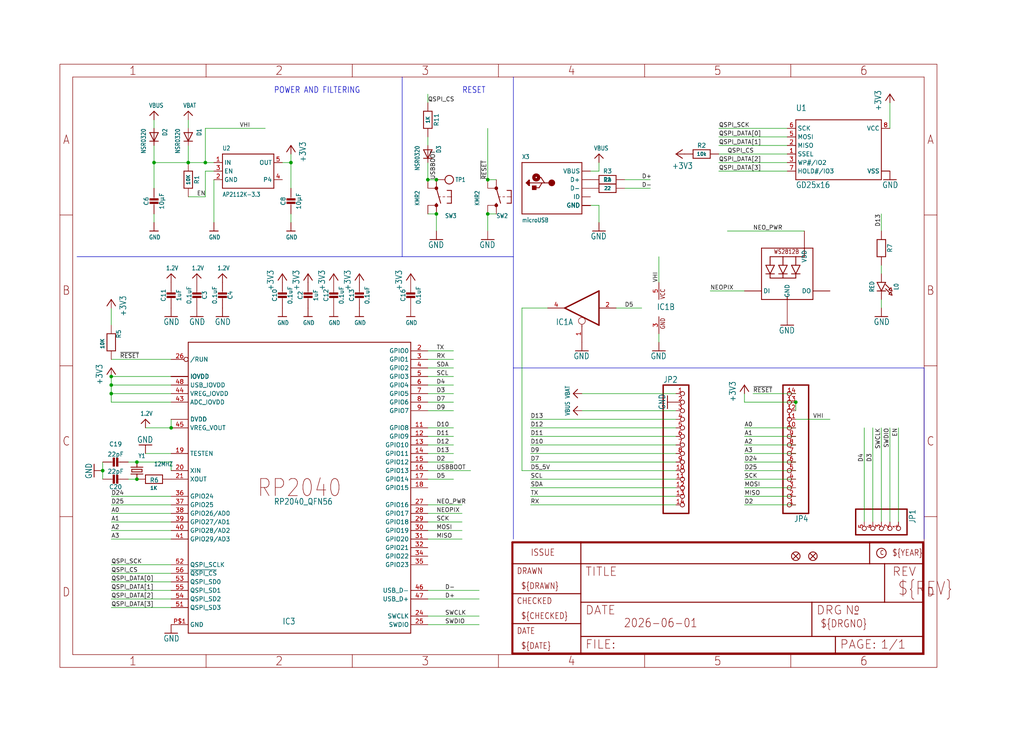
<source format=kicad_sch>
(kicad_sch (version 20230121) (generator eeschema)
  (paper "User" 303.962 217.322)
  (junction (at 33.02 116.84))
  (junction (at 144.78 53.34))
  (junction (at 129.54 63.5))
  (junction (at 40.64 142.24))
  (junction (at 33.02 111.76))
  (junction (at 33.02 114.3))
  (junction (at 30.48 139.7))
  (junction (at 144.78 63.5))
  (junction (at 60.96 48.26))
  (junction (at 45.72 48.26))
  (junction (at 236.22 119.38))
  (junction (at 127 53.34))
  (junction (at 55.88 48.26))
  (junction (at 129.54 53.34))
  (junction (at 86.36 48.26))
  (junction (at 50.8 127))
  (junction (at 40.64 137.16))
  (wire (pts (xy 233.68 48.26) (xy 213.36 48.26)) (stroke (width 0.1524)))
  (wire (pts (xy 127 137.16) (xy 134.62 137.16)) (stroke (width 0.1524)))
  (wire (pts (xy 213.36 40.64) (xy 233.68 40.64)) (stroke (width 0.1524)))
  (wire (pts (xy 33.02 175.26) (xy 50.8 175.26)) (stroke (width 0.1524)))
  (wire (pts (xy 195.58 99.06) (xy 195.58 101.6)) (stroke (width 0.1524)))
  (wire (pts (xy 236.22 144.78) (xy 220.98 144.78)) (stroke (width 0.1524)))
  (wire (pts (xy 127 109.22) (xy 134.62 109.22)) (stroke (width 0.1524)))
  (polyline (pts (xy 152.4 76.2) (xy 119.38 76.2)) (stroke (width 0.1524) (type solid)))
  (wire (pts (xy 127 116.84) (xy 134.62 116.84)) (stroke (width 0.1524)))
  (wire (pts (xy 200.66 139.7) (xy 154.94 139.7)) (stroke (width 0.1524)))
  (wire (pts (xy 200.66 134.62) (xy 157.48 134.62)) (stroke (width 0.1524)))
  (wire (pts (xy 236.22 116.84) (xy 223.52 116.84)) (stroke (width 0.1524)))
  (wire (pts (xy 157.48 127) (xy 200.66 127)) (stroke (width 0.1524)))
  (wire (pts (xy 236.22 149.86) (xy 220.98 149.86)) (stroke (width 0.1524)))
  (polyline (pts (xy 152.4 160.02) (xy 152.4 109.22)) (stroke (width 0.1524) (type solid)))
  (wire (pts (xy 177.8 60.96) (xy 177.8 66.04)) (stroke (width 0.1524)))
  (wire (pts (xy 45.72 48.26) (xy 45.72 55.88)) (stroke (width 0.1524)))
  (wire (pts (xy 175.26 60.96) (xy 177.8 60.96)) (stroke (width 0.1524)))
  (wire (pts (xy 220.98 147.32) (xy 236.22 147.32)) (stroke (width 0.1524)))
  (wire (pts (xy 55.88 48.26) (xy 45.72 48.26)) (stroke (width 0.1524)))
  (wire (pts (xy 213.36 50.8) (xy 233.68 50.8)) (stroke (width 0.1524)))
  (wire (pts (xy 127 119.38) (xy 134.62 119.38)) (stroke (width 0.1524)))
  (wire (pts (xy 127 129.54) (xy 134.62 129.54)) (stroke (width 0.1524)))
  (polyline (pts (xy 119.38 76.2) (xy 119.38 22.86)) (stroke (width 0.1524) (type solid)))
  (wire (pts (xy 127 132.08) (xy 134.62 132.08)) (stroke (width 0.1524)))
  (wire (pts (xy 63.5 53.34) (xy 63.5 66.04)) (stroke (width 0.1524)))
  (wire (pts (xy 127 111.76) (xy 134.62 111.76)) (stroke (width 0.1524)))
  (wire (pts (xy 154.94 91.44) (xy 162.56 91.44)) (stroke (width 0.1524)))
  (wire (pts (xy 50.8 106.68) (xy 33.02 106.68)) (stroke (width 0.1524)))
  (wire (pts (xy 127 127) (xy 134.62 127)) (stroke (width 0.1524)))
  (wire (pts (xy 45.72 63.5) (xy 45.72 66.04)) (stroke (width 0.1524)))
  (wire (pts (xy 33.02 119.38) (xy 33.02 116.84)) (stroke (width 0.1524)))
  (polyline (pts (xy 152.4 76.2) (xy 152.4 22.86)) (stroke (width 0.1524) (type solid)))
  (wire (pts (xy 261.62 78.74) (xy 261.62 81.28)) (stroke (width 0.1524)))
  (wire (pts (xy 127 134.62) (xy 134.62 134.62)) (stroke (width 0.1524)))
  (wire (pts (xy 50.8 116.84) (xy 33.02 116.84)) (stroke (width 0.1524)))
  (wire (pts (xy 261.62 88.9) (xy 261.62 91.44)) (stroke (width 0.1524)))
  (polyline (pts (xy 274.32 109.22) (xy 152.4 109.22)) (stroke (width 0.1524) (type solid)))
  (wire (pts (xy 266.7 154.94) (xy 266.7 127)) (stroke (width 0.1524)))
  (wire (pts (xy 236.22 121.92) (xy 236.22 119.38)) (stroke (width 0.1524)))
  (wire (pts (xy 127 53.34) (xy 127 48.26)) (stroke (width 0.1524)))
  (wire (pts (xy 86.36 48.26) (xy 86.36 45.72)) (stroke (width 0.1524)))
  (wire (pts (xy 33.02 114.3) (xy 33.02 111.76)) (stroke (width 0.1524)))
  (wire (pts (xy 33.02 147.32) (xy 50.8 147.32)) (stroke (width 0.1524)))
  (wire (pts (xy 63.5 48.26) (xy 60.96 48.26)) (stroke (width 0.1524)))
  (wire (pts (xy 127 142.24) (xy 134.62 142.24)) (stroke (width 0.1524)))
  (wire (pts (xy 220.98 134.62) (xy 236.22 134.62)) (stroke (width 0.1524)))
  (wire (pts (xy 236.22 142.24) (xy 220.98 142.24)) (stroke (width 0.1524)))
  (wire (pts (xy 147.32 63.5) (xy 144.78 63.5)) (stroke (width 0.1524)))
  (wire (pts (xy 50.8 170.18) (xy 33.02 170.18)) (stroke (width 0.1524)))
  (wire (pts (xy 40.64 137.16) (xy 38.1 137.16)) (stroke (width 0.1524)))
  (wire (pts (xy 33.02 91.44) (xy 33.02 96.52)) (stroke (width 0.1524)))
  (wire (pts (xy 236.22 124.46) (xy 246.38 124.46)) (stroke (width 0.1524)))
  (wire (pts (xy 127 30.48) (xy 127 27.94)) (stroke (width 0.1524)))
  (wire (pts (xy 127 185.42) (xy 142.24 185.42)) (stroke (width 0.1524)))
  (wire (pts (xy 30.48 139.7) (xy 30.48 137.16)) (stroke (width 0.1524)))
  (wire (pts (xy 200.66 124.46) (xy 157.48 124.46)) (stroke (width 0.1524)))
  (wire (pts (xy 55.88 43.18) (xy 55.88 48.26)) (stroke (width 0.1524)))
  (wire (pts (xy 50.8 134.62) (xy 43.18 134.62)) (stroke (width 0.1524)))
  (wire (pts (xy 127 160.02) (xy 137.16 160.02)) (stroke (width 0.1524)))
  (wire (pts (xy 220.98 139.7) (xy 236.22 139.7)) (stroke (width 0.1524)))
  (wire (pts (xy 50.8 157.48) (xy 33.02 157.48)) (stroke (width 0.1524)))
  (wire (pts (xy 127 121.92) (xy 134.62 121.92)) (stroke (width 0.1524)))
  (wire (pts (xy 33.02 172.72) (xy 50.8 172.72)) (stroke (width 0.1524)))
  (wire (pts (xy 127 114.3) (xy 134.62 114.3)) (stroke (width 0.1524)))
  (wire (pts (xy 236.22 137.16) (xy 220.98 137.16)) (stroke (width 0.1524)))
  (wire (pts (xy 30.48 142.24) (xy 30.48 139.7)) (stroke (width 0.1524)))
  (wire (pts (xy 33.02 154.94) (xy 50.8 154.94)) (stroke (width 0.1524)))
  (wire (pts (xy 182.88 91.44) (xy 190.5 91.44)) (stroke (width 0.1524)))
  (wire (pts (xy 157.48 144.78) (xy 200.66 144.78)) (stroke (width 0.1524)))
  (wire (pts (xy 60.96 58.42) (xy 60.96 50.8)) (stroke (width 0.1524)))
  (wire (pts (xy 200.66 129.54) (xy 157.48 129.54)) (stroke (width 0.1524)))
  (wire (pts (xy 220.98 86.36) (xy 210.82 86.36)) (stroke (width 0.1524)))
  (wire (pts (xy 127 43.18) (xy 127 40.64)) (stroke (width 0.1524)))
  (wire (pts (xy 142.24 182.88) (xy 127 182.88)) (stroke (width 0.1524)))
  (wire (pts (xy 261.62 68.58) (xy 261.62 63.5)) (stroke (width 0.1524)))
  (wire (pts (xy 50.8 149.86) (xy 33.02 149.86)) (stroke (width 0.1524)))
  (wire (pts (xy 60.96 48.26) (xy 60.96 38.1)) (stroke (width 0.1524)))
  (wire (pts (xy 127 152.4) (xy 137.16 152.4)) (stroke (width 0.1524)))
  (wire (pts (xy 60.96 50.8) (xy 63.5 50.8)) (stroke (width 0.1524)))
  (wire (pts (xy 60.96 38.1) (xy 78.74 38.1)) (stroke (width 0.1524)))
  (wire (pts (xy 220.98 129.54) (xy 236.22 129.54)) (stroke (width 0.1524)))
  (wire (pts (xy 55.88 58.42) (xy 60.96 58.42)) (stroke (width 0.1524)))
  (wire (pts (xy 127 149.86) (xy 137.16 149.86)) (stroke (width 0.1524)))
  (wire (pts (xy 177.8 50.8) (xy 177.8 48.26)) (stroke (width 0.1524)))
  (wire (pts (xy 175.26 50.8) (xy 177.8 50.8)) (stroke (width 0.1524)))
  (wire (pts (xy 129.54 53.34) (xy 127 53.34)) (stroke (width 0.1524)))
  (wire (pts (xy 86.36 55.88) (xy 86.36 48.26)) (stroke (width 0.1524)))
  (wire (pts (xy 256.54 127) (xy 256.54 154.94)) (stroke (width 0.1524)))
  (wire (pts (xy 86.36 63.5) (xy 86.36 66.04)) (stroke (width 0.1524)))
  (wire (pts (xy 83.82 48.26) (xy 86.36 48.26)) (stroke (width 0.1524)))
  (wire (pts (xy 172.72 116.84) (xy 200.66 116.84)) (stroke (width 0.1524)))
  (wire (pts (xy 55.88 48.26) (xy 60.96 48.26)) (stroke (width 0.1524)))
  (wire (pts (xy 55.88 38.1) (xy 55.88 35.56)) (stroke (width 0.1524)))
  (wire (pts (xy 238.76 68.58) (xy 215.9 68.58)) (stroke (width 0.1524)))
  (wire (pts (xy 264.16 30.48) (xy 264.16 38.1)) (stroke (width 0.1524)))
  (wire (pts (xy 144.78 53.34) (xy 147.32 53.34)) (stroke (width 0.1524)))
  (wire (pts (xy 127 63.5) (xy 129.54 63.5)) (stroke (width 0.1524)))
  (wire (pts (xy 127 104.14) (xy 134.62 104.14)) (stroke (width 0.1524)))
  (wire (pts (xy 50.8 111.76) (xy 33.02 111.76)) (stroke (width 0.1524)))
  (wire (pts (xy 185.42 53.34) (xy 193.04 53.34)) (stroke (width 0.1524)))
  (wire (pts (xy 33.02 116.84) (xy 33.02 114.3)) (stroke (width 0.1524)))
  (polyline (pts (xy 274.32 160.02) (xy 274.32 109.22)) (stroke (width 0.1524) (type solid)))
  (wire (pts (xy 33.02 180.34) (xy 50.8 180.34)) (stroke (width 0.1524)))
  (wire (pts (xy 33.02 177.8) (xy 50.8 177.8)) (stroke (width 0.1524)))
  (wire (pts (xy 45.72 48.26) (xy 45.72 43.18)) (stroke (width 0.1524)))
  (wire (pts (xy 157.48 132.08) (xy 200.66 132.08)) (stroke (width 0.1524)))
  (wire (pts (xy 185.42 55.88) (xy 193.04 55.88)) (stroke (width 0.1524)))
  (wire (pts (xy 220.98 116.84) (xy 220.98 119.38)) (stroke (width 0.1524)))
  (wire (pts (xy 233.68 38.1) (xy 213.36 38.1)) (stroke (width 0.1524)))
  (wire (pts (xy 33.02 160.02) (xy 50.8 160.02)) (stroke (width 0.1524)))
  (wire (pts (xy 157.48 149.86) (xy 200.66 149.86)) (stroke (width 0.1524)))
  (wire (pts (xy 127 177.8) (xy 142.24 177.8)) (stroke (width 0.1524)))
  (wire (pts (xy 157.48 137.16) (xy 200.66 137.16)) (stroke (width 0.1524)))
  (wire (pts (xy 144.78 38.1) (xy 144.78 53.34)) (stroke (width 0.1524)))
  (wire (pts (xy 200.66 142.24) (xy 157.48 142.24)) (stroke (width 0.1524)))
  (wire (pts (xy 236.22 127) (xy 220.98 127)) (stroke (width 0.1524)))
  (wire (pts (xy 43.18 127) (xy 50.8 127)) (stroke (width 0.1524)))
  (wire (pts (xy 127 175.26) (xy 142.24 175.26)) (stroke (width 0.1524)))
  (wire (pts (xy 195.58 76.2) (xy 195.58 83.82)) (stroke (width 0.1524)))
  (wire (pts (xy 144.78 68.58) (xy 144.78 63.5)) (stroke (width 0.1524)))
  (wire (pts (xy 233.68 43.18) (xy 213.36 43.18)) (stroke (width 0.1524)))
  (wire (pts (xy 200.66 121.92) (xy 172.72 121.92)) (stroke (width 0.1524)))
  (wire (pts (xy 50.8 152.4) (xy 33.02 152.4)) (stroke (width 0.1524)))
  (wire (pts (xy 236.22 132.08) (xy 220.98 132.08)) (stroke (width 0.1524)))
  (wire (pts (xy 38.1 142.24) (xy 40.64 142.24)) (stroke (width 0.1524)))
  (wire (pts (xy 40.64 137.16) (xy 50.8 137.16)) (stroke (width 0.1524)))
  (wire (pts (xy 127 154.94) (xy 137.16 154.94)) (stroke (width 0.1524)))
  (wire (pts (xy 261.62 127) (xy 261.62 154.94)) (stroke (width 0.1524)))
  (wire (pts (xy 220.98 119.38) (xy 236.22 119.38)) (stroke (width 0.1524)))
  (wire (pts (xy 259.08 154.94) (xy 259.08 127)) (stroke (width 0.1524)))
  (wire (pts (xy 200.66 147.32) (xy 157.48 147.32)) (stroke (width 0.1524)))
  (wire (pts (xy 134.62 106.68) (xy 127 106.68)) (stroke (width 0.1524)))
  (wire (pts (xy 127 157.48) (xy 137.16 157.48)) (stroke (width 0.1524)))
  (wire (pts (xy 50.8 114.3) (xy 33.02 114.3)) (stroke (width 0.1524)))
  (polyline (pts (xy 152.4 109.22) (xy 152.4 76.2)) (stroke (width 0.1524) (type solid)))
  (wire (pts (xy 233.68 45.72) (xy 213.36 45.72)) (stroke (width 0.1524)))
  (wire (pts (xy 264.16 154.94) (xy 264.16 127)) (stroke (width 0.1524)))
  (wire (pts (xy 45.72 35.56) (xy 45.72 38.1)) (stroke (width 0.1524)))
  (wire (pts (xy 127 139.7) (xy 139.7 139.7)) (stroke (width 0.1524)))
  (wire (pts (xy 50.8 124.46) (xy 50.8 127)) (stroke (width 0.1524)))
  (polyline (pts (xy 22.86 76.2) (xy 119.38 76.2)) (stroke (width 0.1524) (type solid)))
  (wire (pts (xy 50.8 119.38) (xy 33.02 119.38)) (stroke (width 0.1524)))
  (wire (pts (xy 129.54 63.5) (xy 129.54 68.58)) (stroke (width 0.1524)))
  (wire (pts (xy 154.94 139.7) (xy 154.94 91.44)) (stroke (width 0.1524)))
  (wire (pts (xy 50.8 137.16) (xy 50.8 139.7)) (stroke (width 0.1524)))
  (wire (pts (xy 50.8 167.64) (xy 33.02 167.64)) (stroke (width 0.1524)))
  (text "POWER AND FILTERING" (at 81.28 27.94 0) (effects (font (size 1.778 1.5113)) (justify left bottom)))
  (text "RESET" (at 137.16 27.94 0) (effects (font (size 1.778 1.5113)) (justify left bottom)))
  (label "A1" (at 33.02 154.94 0) (effects (font (size 1.2446 1.2446))))
  (label "VHI" (at 195.58 83.82 90) (effects (font (size 1.2446 1.2446))))
  (label "SCL" (at 157.48 142.24 0) (effects (font (size 1.2446 1.2446))))
  (label "NEOPIX" (at 129.54 152.4 0) (effects (font (size 1.2446 1.2446))))
  (label "A3" (at 33.02 160.02 0) (effects (font (size 1.2446 1.2446))))
  (label "SWCLK" (at 261.62 127 270) (effects (font (size 1.2446 1.2446))))
  (label "QSPI_CS" (at 33.02 170.18 0) (effects (font (size 1.2446 1.2446))))
  (label "D13" (at 129.54 134.62 0) (effects (font (size 1.2446 1.2446))))
  (label "MOSI" (at 129.54 157.48 0) (effects (font (size 1.2446 1.2446))))
  (label "D24" (at 220.98 137.16 0) (effects (font (size 1.2446 1.2446))))
  (label "D9" (at 129.54 121.92 0) (effects (font (size 1.2446 1.2446))))
  (label "MISO" (at 129.54 160.02 0) (effects (font (size 1.2446 1.2446))))
  (label "VHI" (at 71.12 38.1 0) (effects (font (size 1.2446 1.2446))))
  (label "NEOPIX" (at 210.82 86.36 0) (effects (font (size 1.2446 1.2446))))
  (label "A2" (at 33.02 157.48 0) (effects (font (size 1.2446 1.2446))))
  (label "USBBOOT" (at 129.54 53.34 90) (effects (font (size 1.2446 1.2446))))
  (label "D11" (at 129.54 129.54 0) (effects (font (size 1.2446 1.2446))))
  (label "D25" (at 33.02 149.86 0) (effects (font (size 1.2446 1.2446))))
  (label "SWDIO" (at 264.16 127 270) (effects (font (size 1.2446 1.2446))))
  (label "D2" (at 220.98 149.86 0) (effects (font (size 1.2446 1.2446))))
  (label "MOSI" (at 220.98 144.78 0) (effects (font (size 1.2446 1.2446))))
  (label "D+" (at 190.5 53.34 0) (effects (font (size 1.2446 1.2446))))
  (label "MISO" (at 220.98 147.32 0) (effects (font (size 1.2446 1.2446))))
  (label "SCK" (at 220.98 142.24 0) (effects (font (size 1.2446 1.2446))))
  (label "D5" (at 185.42 91.44 0) (effects (font (size 1.2446 1.2446))))
  (label "TX" (at 129.54 104.14 0) (effects (font (size 1.2446 1.2446))))
  (label "D4" (at 129.54 114.3 0) (effects (font (size 1.2446 1.2446))))
  (label "NEO_PWR" (at 223.52 68.58 0) (effects (font (size 1.2446 1.2446))))
  (label "QSPI_DATA[0]" (at 213.36 40.64 0) (effects (font (size 1.2446 1.2446))))
  (label "QSPI_DATA[1]" (at 213.36 43.18 0) (effects (font (size 1.2446 1.2446))))
  (label "QSPI_CS" (at 215.9 45.72 0) (effects (font (size 1.2446 1.2446))))
  (label "A3" (at 220.98 134.62 0) (effects (font (size 1.2446 1.2446))))
  (label "QSPI_DATA[1]" (at 33.02 175.26 0) (effects (font (size 1.2446 1.2446))))
  (label "RX" (at 157.48 149.86 0) (effects (font (size 1.2446 1.2446))))
  (label "VHI" (at 241.3 124.46 0) (effects (font (size 1.2446 1.2446))))
  (label "USBBOOT" (at 129.54 139.7 0) (effects (font (size 1.2446 1.2446))))
  (label "D-" (at 132.08 175.26 0) (effects (font (size 1.2446 1.2446))))
  (label "D13" (at 157.48 124.46 0) (effects (font (size 1.2446 1.2446))))
  (label "D24" (at 33.02 147.32 0) (effects (font (size 1.2446 1.2446))))
  (label "D11" (at 157.48 129.54 0) (effects (font (size 1.2446 1.2446))))
  (label "~{RESET}" (at 223.52 116.84 0) (effects (font (size 1.2446 1.2446))))
  (label "~{RESET}" (at 35.56 106.68 0) (effects (font (size 1.2446 1.2446))))
  (label "QSPI_DATA[2]" (at 33.02 177.8 0) (effects (font (size 1.2446 1.2446))))
  (label "RX" (at 129.54 106.68 0) (effects (font (size 1.2446 1.2446))))
  (label "D2" (at 129.54 137.16 0) (effects (font (size 1.2446 1.2446))))
  (label "SDA" (at 157.48 144.78 0) (effects (font (size 1.2446 1.2446))))
  (label "SDA" (at 129.54 109.22 0) (effects (font (size 1.2446 1.2446))))
  (label "~{RESET}" (at 144.78 53.34 90) (effects (font (size 1.2446 1.2446))))
  (label "EN" (at 58.42 58.42 0) (effects (font (size 1.2446 1.2446))))
  (label "D7" (at 129.54 119.38 0) (effects (font (size 1.2446 1.2446))))
  (label "A0" (at 220.98 127 0) (effects (font (size 1.2446 1.2446))))
  (label "D9" (at 157.48 134.62 0) (effects (font (size 1.2446 1.2446))))
  (label "QSPI_DATA[3]" (at 213.36 50.8 0) (effects (font (size 1.2446 1.2446))))
  (label "D-" (at 190.5 55.88 0) (effects (font (size 1.2446 1.2446))))
  (label "D13" (at 261.62 63.5 270) (effects (font (size 1.2446 1.2446))))
  (label "D5" (at 129.54 142.24 0) (effects (font (size 1.2446 1.2446))))
  (label "EN" (at 266.7 127 270) (effects (font (size 1.2446 1.2446))))
  (label "A1" (at 220.98 129.54 0) (effects (font (size 1.2446 1.2446))))
  (label "D12" (at 157.48 127 0) (effects (font (size 1.2446 1.2446))))
  (label "SWDIO" (at 132.08 185.42 0) (effects (font (size 1.2446 1.2446))))
  (label "D3" (at 259.08 137.16 90) (effects (font (size 1.2446 1.2446))))
  (label "D+" (at 132.08 177.8 0) (effects (font (size 1.2446 1.2446))))
  (label "D4" (at 256.54 137.16 90) (effects (font (size 1.2446 1.2446))))
  (label "QSPI_SCK" (at 213.36 38.1 0) (effects (font (size 1.2446 1.2446))))
  (label "QSPI_CS" (at 127 30.48 0) (effects (font (size 1.2446 1.2446))))
  (label "SWCLK" (at 132.08 182.88 0) (effects (font (size 1.2446 1.2446))))
  (label "D10" (at 157.48 132.08 0) (effects (font (size 1.2446 1.2446))))
  (label "D7" (at 157.48 137.16 0) (effects (font (size 1.2446 1.2446))))
  (label "D5_5V" (at 157.48 139.7 0) (effects (font (size 1.2446 1.2446))))
  (label "QSPI_DATA[2]" (at 213.36 48.26 0) (effects (font (size 1.2446 1.2446))))
  (label "A0" (at 33.02 152.4 0) (effects (font (size 1.2446 1.2446))))
  (label "D10" (at 129.54 127 0) (effects (font (size 1.2446 1.2446))))
  (label "D12" (at 129.54 132.08 0) (effects (font (size 1.2446 1.2446))))
  (label "D3" (at 129.54 116.84 0) (effects (font (size 1.2446 1.2446))))
  (label "D25" (at 220.98 139.7 0) (effects (font (size 1.2446 1.2446))))
  (label "QSPI_DATA[0]" (at 33.02 172.72 0) (effects (font (size 1.2446 1.2446))))
  (label "SCL" (at 129.54 111.76 0) (effects (font (size 1.2446 1.2446))))
  (label "A2" (at 220.98 132.08 0) (effects (font (size 1.2446 1.2446))))
  (label "QSPI_DATA[3]" (at 33.02 180.34 0) (effects (font (size 1.2446 1.2446))))
  (label "SCK" (at 129.54 154.94 0) (effects (font (size 1.2446 1.2446))))
  (label "NEO_PWR" (at 129.54 149.86 0) (effects (font (size 1.2446 1.2446))))
  (label "QSPI_SCK" (at 33.02 167.64 0) (effects (font (size 1.2446 1.2446))))
  (label "TX" (at 157.48 147.32 0) (effects (font (size 1.2446 1.2446))))
  (symbol (lib_id "working-eagle-import:GND") (at 83.82 93.98 0) (unit 1)
    (property "Reference" "#U$17" (effects hide))
    (property "Value" "GND" (at 82.296 96.52 0) (effects (font (size 1.27 1.0795)) (justify left bottom)))
  )
  (symbol (lib_id "working-eagle-import:supply1_GND") (at 261.62 93.98 0) (mirror y) (unit 1)
    (property "Reference" "#GND10" (effects hide))
    (property "Value" "GND" (at 264.16 96.52 0) (effects (font (size 1.778 1.5113)) (justify left bottom)))
  )
  (symbol (lib_id "working-eagle-import:RP2040_QFN56") (at 88.9 144.78 0) (unit 1)
    (property "Reference" "IC3" (at 83.82 185.42 0) (effects (font (size 1.778 1.5113)) (justify left bottom)))
    (property "Value" "RP2040_QFN56" (at 81.28 149.86 0) (effects (font (size 1.778 1.5113)) (justify left bottom)))
    (property "Footprint" "working:QFN56_7MM_REDUCEDEPAD" (effects hide))
  )
  (symbol (lib_id "working-eagle-import:CAP_CERAMIC_0402NO") (at 66.04 86.36 180) (unit 1)
    (property "Reference" "C4" (at 68.33 87.61 90))
    (property "Value" "0.1uF" (at 63.74 87.61 90))
    (property "Footprint" "working:_0402NO" (effects hide))
  )
  (symbol (lib_id "working-eagle-import:GND") (at 121.92 93.98 0) (unit 1)
    (property "Reference" "#U$37" (effects hide))
    (property "Value" "GND" (at 120.396 96.52 0) (effects (font (size 1.27 1.0795)) (justify left bottom)))
  )
  (symbol (lib_id "working-eagle-import:supply1_+3V3") (at 200.66 45.72 90) (unit 1)
    (property "Reference" "#+3V8" (effects hide))
    (property "Value" "+3V3" (at 205.74 48.26 90) (effects (font (size 1.778 1.5113)) (justify left bottom)))
  )
  (symbol (lib_id "working-eagle-import:supply1_GND") (at 43.18 132.08 0) (mirror x) (unit 1)
    (property "Reference" "#GND4" (effects hide))
    (property "Value" "GND" (at 40.64 129.54 0) (effects (font (size 1.778 1.5113)) (justify left bottom)))
  )
  (symbol (lib_id "working-eagle-import:SPIFLASH_8PIN_4X4") (at 248.92 45.72 0) (unit 1)
    (property "Reference" "U1" (at 236.22 33.02 0) (effects (font (size 1.778 1.5113)) (justify left bottom)))
    (property "Value" "GD25x16" (at 236.22 55.88 0) (effects (font (size 1.778 1.5113)) (justify left bottom)))
    (property "Footprint" "working:USON8_4X4" (effects hide))
  )
  (symbol (lib_id "working-eagle-import:CAP_CERAMIC_0402NO") (at 35.56 137.16 90) (unit 1)
    (property "Reference" "C19" (at 34.31 131.83 90))
    (property "Value" "22pF" (at 34.31 134.86 90))
    (property "Footprint" "working:_0402NO" (effects hide))
  )
  (symbol (lib_id "working-eagle-import:HEADER-1X570MIL") (at 261.62 157.48 270) (unit 1)
    (property "Reference" "JP1" (at 269.875 151.13 0) (effects (font (size 1.778 1.5113)) (justify left bottom)))
    (property "Value" "HEADER-1X570MIL" (effects hide))
    (property "Footprint" "working:1X05_ROUND_70" (effects hide))
  )
  (symbol (lib_id "working-eagle-import:supply1_GND") (at 264.16 53.34 0) (mirror y) (unit 1)
    (property "Reference" "#GND8" (effects hide))
    (property "Value" "GND" (at 266.7 55.88 0) (effects (font (size 1.778 1.5113)) (justify left bottom)))
  )
  (symbol (lib_id "working-eagle-import:RESISTOR_0402NO") (at 261.62 73.66 270) (unit 1)
    (property "Reference" "R7" (at 264.16 73.66 0))
    (property "Value" "1K" (effects hide))
    (property "Footprint" "working:_0402NO" (effects hide))
  )
  (symbol (lib_id "working-eagle-import:CAP_CERAMIC_0402NO") (at 35.56 142.24 90) (unit 1)
    (property "Reference" "C20" (at 34.31 144.53 90))
    (property "Value" "22pF" (at 34.31 139.94 90))
    (property "Footprint" "working:_0402NO" (effects hide))
  )
  (symbol (lib_id "working-eagle-import:supply1_+3V3") (at 83.82 81.28 0) (unit 1)
    (property "Reference" "#+3V12" (effects hide))
    (property "Value" "+3V3" (at 81.28 86.36 90) (effects (font (size 1.778 1.5113)) (justify left bottom)))
  )
  (symbol (lib_id "working-eagle-import:GND") (at 45.72 68.58 0) (unit 1)
    (property "Reference" "#U$27" (effects hide))
    (property "Value" "GND" (at 44.196 71.12 0) (effects (font (size 1.27 1.0795)) (justify left bottom)))
  )
  (symbol (lib_id "working-eagle-import:TESTPOINTROUND1.5MMNO") (at 129.54 53.34 270) (unit 1)
    (property "Reference" "TP1" (at 135.128 53.34 90) (effects (font (size 1.27 1.0795)) (justify left)))
    (property "Value" "TESTPOINTROUND1.5MMNO" (effects hide))
    (property "Footprint" "working:TESTPOINT_ROUND_1.5MM_NO" (effects hide))
  )
  (symbol (lib_id "working-eagle-import:DIODESOD-323F") (at 55.88 40.64 270) (unit 1)
    (property "Reference" "D1" (at 58.42 38.1 0) (effects (font (size 1.27 1.0795)) (justify left bottom)))
    (property "Value" "NSR0320" (at 52.07 38.1 0) (effects (font (size 1.27 1.0795)) (justify left bottom)))
    (property "Footprint" "working:SOD-323F" (effects hide))
  )
  (symbol (lib_id "working-eagle-import:supply1_GND") (at 58.42 93.98 0) (mirror y) (unit 1)
    (property "Reference" "#GND9" (effects hide))
    (property "Value" "GND" (at 60.96 96.52 0) (effects (font (size 1.778 1.5113)) (justify left bottom)))
  )
  (symbol (lib_id "working-eagle-import:VBUS") (at 177.8 45.72 0) (unit 1)
    (property "Reference" "#U$1" (effects hide))
    (property "Value" "VBUS" (at 176.276 44.704 0) (effects (font (size 1.27 1.0795)) (justify left bottom)))
  )
  (symbol (lib_id "working-eagle-import:RESISTOR_0402NO") (at 55.88 53.34 270) (unit 1)
    (property "Reference" "R1" (at 58.42 53.34 0))
    (property "Value" "10K" (at 55.88 53.34 0) (effects (font (size 1.016 1.016) bold)))
    (property "Footprint" "working:_0402NO" (effects hide))
  )
  (symbol (lib_id "working-eagle-import:1.2V") (at 58.42 81.28 0) (unit 1)
    (property "Reference" "#U$9" (effects hide))
    (property "Value" "1.2V" (at 56.896 80.264 0) (effects (font (size 1.27 1.0795)) (justify left bottom)))
  )
  (symbol (lib_id "working-eagle-import:VBAT") (at 55.88 33.02 0) (unit 1)
    (property "Reference" "#U$2" (effects hide))
    (property "Value" "VBAT" (at 54.356 32.004 0) (effects (font (size 1.27 1.0795)) (justify left bottom)))
  )
  (symbol (lib_id "working-eagle-import:supply1_+3V3") (at 264.16 27.94 0) (unit 1)
    (property "Reference" "#+3V7" (effects hide))
    (property "Value" "+3V3" (at 261.62 33.02 90) (effects (font (size 1.778 1.5113)) (justify left bottom)))
  )
  (symbol (lib_id "working-eagle-import:supply1_+3V3") (at 86.36 43.18 0) (mirror y) (unit 1)
    (property "Reference" "#+3V4" (effects hide))
    (property "Value" "+3V3" (at 88.9 48.26 90) (effects (font (size 1.778 1.5113)) (justify left bottom)))
  )
  (symbol (lib_id "working-eagle-import:RESISTOR_0402NO") (at 180.34 53.34 0) (unit 1)
    (property "Reference" "R3" (at 180.34 50.8 0))
    (property "Value" "22" (at 180.34 53.34 0) (effects (font (size 1.016 1.016) bold)))
    (property "Footprint" "working:_0402NO" (effects hide))
  )
  (symbol (lib_id "working-eagle-import:WS2812B_SK6805_1515") (at 233.68 83.82 0) (unit 1)
    (property "Reference" "LED1" (effects hide))
    (property "Value" "WS2812B_SK6805_1515" (effects hide))
    (property "Footprint" "working:SK6805_1515" (effects hide))
  )
  (symbol (lib_id "working-eagle-import:RESISTOR_0402NO") (at 45.72 142.24 0) (unit 1)
    (property "Reference" "R6" (at 44.45 143.2814 0) (effects (justify left bottom)))
    (property "Value" "1K" (at 44.45 145.542 0) (effects (font (size 1.016 1.016) bold) (justify left bottom)))
    (property "Footprint" "working:_0402NO" (effects hide))
  )
  (symbol (lib_id "working-eagle-import:supply1_GND") (at 50.8 93.98 0) (mirror y) (unit 1)
    (property "Reference" "#GND13" (effects hide))
    (property "Value" "GND" (at 53.34 96.52 0) (effects (font (size 1.778 1.5113)) (justify left bottom)))
  )
  (symbol (lib_id "working-eagle-import:RESISTOR_0402NO") (at 127 35.56 270) (unit 1)
    (property "Reference" "R11" (at 129.54 35.56 0))
    (property "Value" "1K" (at 127 35.56 0) (effects (font (size 1.016 1.016) bold)))
    (property "Footprint" "working:_0402NO" (effects hide))
  )
  (symbol (lib_id "working-eagle-import:LED0603_NOOUTLINE") (at 261.62 86.36 270) (unit 1)
    (property "Reference" "L0" (at 266.065 85.09 0) (effects (font (size 1.27 1.0795))))
    (property "Value" "RED" (at 258.826 85.09 0) (effects (font (size 1.27 1.0795))))
    (property "Footprint" "working:CHIPLED_0603_NOOUTLINE" (effects hide))
  )
  (symbol (lib_id "working-eagle-import:1.2V") (at 43.18 124.46 0) (unit 1)
    (property "Reference" "#U$8" (effects hide))
    (property "Value" "1.2V" (at 41.656 123.444 0) (effects (font (size 1.27 1.0795)) (justify left bottom)))
  )
  (symbol (lib_id "working-eagle-import:SWITCH_TACT_SMT4.6X2.8") (at 147.32 58.42 270) (unit 1)
    (property "Reference" "SW2" (at 147.32 64.77 90) (effects (font (size 1.27 1.0795)) (justify left bottom)))
    (property "Value" "KMR2" (at 140.97 56.515 0) (effects (font (size 1.27 1.0795)) (justify left bottom)))
    (property "Footprint" "working:BTN_KMR2_4.6X2.8" (effects hide))
  )
  (symbol (lib_id "working-eagle-import:CAP_CERAMIC_0603MP") (at 91.44 88.9 0) (unit 1)
    (property "Reference" "C2" (at 89.15 87.65 90))
    (property "Value" "1uF" (at 93.74 87.65 90))
    (property "Footprint" "working:_0603MP" (effects hide))
  )
  (symbol (lib_id "working-eagle-import:1.2V") (at 66.04 81.28 0) (unit 1)
    (property "Reference" "#U$14" (effects hide))
    (property "Value" "1.2V" (at 64.516 80.264 0) (effects (font (size 1.27 1.0795)) (justify left bottom)))
  )
  (symbol (lib_id "working-eagle-import:RESISTOR_0402NO") (at 180.34 55.88 0) (unit 1)
    (property "Reference" "R4" (at 180.34 53.34 0))
    (property "Value" "22" (at 180.34 55.88 0) (effects (font (size 1.016 1.016) bold)))
    (property "Footprint" "working:_0402NO" (effects hide))
  )
  (symbol (lib_id "working-eagle-import:supply1_GND") (at 144.78 71.12 0) (unit 1)
    (property "Reference" "#GND15" (effects hide))
    (property "Value" "GND" (at 142.24 73.66 0) (effects (font (size 1.778 1.5113)) (justify left bottom)))
  )
  (symbol (lib_id "working-eagle-import:supply1_+3V3") (at 33.02 88.9 0) (mirror y) (unit 1)
    (property "Reference" "#+3V2" (effects hide))
    (property "Value" "+3V3" (at 35.56 93.98 90) (effects (font (size 1.778 1.5113)) (justify left bottom)))
  )
  (symbol (lib_id "working-eagle-import:DIODESOD-323F") (at 45.72 40.64 270) (unit 1)
    (property "Reference" "D2" (at 48.26 38.1 0) (effects (font (size 1.27 1.0795)) (justify left bottom)))
    (property "Value" "NSR0320" (at 41.91 38.1 0) (effects (font (size 1.27 1.0795)) (justify left bottom)))
    (property "Footprint" "working:SOD-323F" (effects hide))
  )
  (symbol (lib_id "working-eagle-import:CAP_CERAMIC_0402NO") (at 99.06 88.9 0) (unit 1)
    (property "Reference" "C12" (at 96.77 87.65 90))
    (property "Value" "0.1uF" (at 101.36 87.65 90))
    (property "Footprint" "working:_0402NO" (effects hide))
  )
  (symbol (lib_id "working-eagle-import:VREG_SOT23-5") (at 73.66 50.8 0) (unit 1)
    (property "Reference" "U2" (at 66.04 44.704 0) (effects (font (size 1.27 1.0795)) (justify left bottom)))
    (property "Value" "AP2112K-3.3" (at 66.04 58.42 0) (effects (font (size 1.27 1.0795)) (justify left bottom)))
    (property "Footprint" "working:SOT23-5" (effects hide))
  )
  (symbol (lib_id "working-eagle-import:supply1_GND") (at 27.94 139.7 270) (mirror x) (unit 1)
    (property "Reference" "#GND14" (effects hide))
    (property "Value" "GND" (at 25.4 142.24 0) (effects (font (size 1.778 1.5113)) (justify left bottom)))
  )
  (symbol (lib_id "working-eagle-import:supply1_GND") (at 198.12 119.38 270) (unit 1)
    (property "Reference" "#GND2" (effects hide))
    (property "Value" "GND" (at 195.58 116.84 0) (effects (font (size 1.778 1.5113)) (justify left bottom)))
  )
  (symbol (lib_id "working-eagle-import:RESISTOR_0402NO") (at 33.02 101.6 270) (unit 1)
    (property "Reference" "R5" (at 34.5186 97.79 0) (effects (justify left bottom)))
    (property "Value" "10K" (at 29.718 100.33 0) (effects (font (size 1.016 1.016) bold) (justify left bottom)))
    (property "Footprint" "working:_0402NO" (effects hide))
  )
  (symbol (lib_id "working-eagle-import:GND") (at 91.44 93.98 0) (unit 1)
    (property "Reference" "#U$18" (effects hide))
    (property "Value" "GND" (at 89.916 96.52 0) (effects (font (size 1.27 1.0795)) (justify left bottom)))
  )
  (symbol (lib_id "working-eagle-import:supply1_GND") (at 195.58 104.14 0) (unit 1)
    (property "Reference" "#GND5" (effects hide))
    (property "Value" "GND" (at 193.04 106.68 0) (effects (font (size 1.778 1.5113)) (justify left bottom)))
  )
  (symbol (lib_id "working-eagle-import:FRAME_A4") (at 152.4 195.58 0) (unit 2)
    (property "Reference" "#FRAME1" (effects hide))
    (property "Value" "FRAME_A4" (effects hide))
  )
  (symbol (lib_id "working-eagle-import:FRAME_A4") (at 17.78 198.12 0) (unit 1)
    (property "Reference" "#FRAME1" (effects hide))
    (property "Value" "FRAME_A4" (effects hide))
  )
  (symbol (lib_id "working-eagle-import:VBUS") (at 45.72 33.02 0) (unit 1)
    (property "Reference" "#U$3" (effects hide))
    (property "Value" "VBUS" (at 44.196 32.004 0) (effects (font (size 1.27 1.0795)) (justify left bottom)))
  )
  (symbol (lib_id "working-eagle-import:GND") (at 106.68 93.98 0) (unit 1)
    (property "Reference" "#U$22" (effects hide))
    (property "Value" "GND" (at 105.156 96.52 0) (effects (font (size 1.27 1.0795)) (justify left bottom)))
  )
  (symbol (lib_id "working-eagle-import:VBAT") (at 170.18 116.84 90) (unit 1)
    (property "Reference" "#U$20" (effects hide))
    (property "Value" "VBAT" (at 169.164 118.364 0) (effects (font (size 1.27 1.0795)) (justify left bottom)))
  )
  (symbol (lib_id "working-eagle-import:supply1_GND") (at 233.68 96.52 0) (unit 1)
    (property "Reference" "#GND7" (effects hide))
    (property "Value" "GND" (at 231.14 99.06 0) (effects (font (size 1.778 1.5113)) (justify left bottom)))
  )
  (symbol (lib_id "working-eagle-import:supply1_GND") (at 129.54 71.12 0) (unit 1)
    (property "Reference" "#GND16" (effects hide))
    (property "Value" "GND" (at 127 73.66 0) (effects (font (size 1.778 1.5113)) (justify left bottom)))
  )
  (symbol (lib_id "working-eagle-import:supply1_+3V3") (at 121.92 81.28 0) (unit 1)
    (property "Reference" "#+3V17" (effects hide))
    (property "Value" "+3V3" (at 119.38 86.36 90) (effects (font (size 1.778 1.5113)) (justify left bottom)))
  )
  (symbol (lib_id "working-eagle-import:CRYSTAL2.5X2.0") (at 40.64 139.7 90) (unit 1)
    (property "Reference" "Y1" (at 43.18 134.62 90) (effects (font (size 1.27 1.0795)) (justify left bottom)))
    (property "Value" "12MHZ" (at 45.72 138.43 90) (effects (font (size 1.27 1.0795)) (justify right top)))
    (property "Footprint" "working:CRYSTAL_2.5X2" (effects hide))
  )
  (symbol (lib_id "working-eagle-import:supply1_+3V3") (at 220.98 114.3 0) (unit 1)
    (property "Reference" "#+3V1" (effects hide))
    (property "Value" "+3V3" (at 218.44 119.38 90) (effects (font (size 1.778 1.5113)) (justify left bottom)))
  )
  (symbol (lib_id "working-eagle-import:GND") (at 63.5 68.58 0) (unit 1)
    (property "Reference" "#U$30" (effects hide))
    (property "Value" "GND" (at 61.976 71.12 0) (effects (font (size 1.27 1.0795)) (justify left bottom)))
  )
  (symbol (lib_id "working-eagle-import:supply1_+3V3") (at 106.68 81.28 0) (unit 1)
    (property "Reference" "#+3V15" (effects hide))
    (property "Value" "+3V3" (at 104.14 86.36 90) (effects (font (size 1.778 1.5113)) (justify left bottom)))
  )
  (symbol (lib_id "working-eagle-import:supply1_GND") (at 66.04 93.98 0) (mirror y) (unit 1)
    (property "Reference" "#GND11" (effects hide))
    (property "Value" "GND" (at 68.58 96.52 0) (effects (font (size 1.778 1.5113)) (justify left bottom)))
  )
  (symbol (lib_id "working-eagle-import:CAP_CERAMIC_0402NO") (at 121.92 88.9 0) (unit 1)
    (property "Reference" "C16" (at 119.63 87.65 90))
    (property "Value" "0.1uF" (at 124.22 87.65 90))
    (property "Footprint" "working:_0402NO" (effects hide))
  )
  (symbol (lib_id "working-eagle-import:HEADER-1X14") (at 203.2 134.62 0) (unit 1)
    (property "Reference" "JP2" (at 196.85 113.665 0) (effects (font (size 1.778 1.5113)) (justify left bottom)))
    (property "Value" "HEADER-1X14" (effects hide))
    (property "Footprint" "working:1X14_ROUND70" (effects hide))
  )
  (symbol (lib_id "working-eagle-import:CAP_CERAMIC_0402NO") (at 83.82 88.9 0) (unit 1)
    (property "Reference" "C10" (at 81.53 87.65 90))
    (property "Value" "0.1uF" (at 86.12 87.65 90))
    (property "Footprint" "working:_0402NO" (effects hide))
  )
  (symbol (lib_id "working-eagle-import:741G125DCK") (at 195.58 91.44 0) (unit 2)
    (property "Reference" "IC1" (at 194.945 92.075 0) (effects (font (size 1.778 1.5113)) (justify left bottom)))
    (property "Value" "741G125DCK" (effects hide))
    (property "Footprint" "working:SC70-5" (effects hide))
  )
  (symbol (lib_id "working-eagle-import:741G125DCK") (at 172.72 91.44 180) (unit 1)
    (property "Reference" "IC1" (at 170.18 94.615 0) (effects (font (size 1.778 1.5113)) (justify left bottom)))
    (property "Value" "741G125DCK" (effects hide))
    (property "Footprint" "working:SC70-5" (effects hide))
  )
  (symbol (lib_id "working-eagle-import:VBUS") (at 170.18 121.92 90) (unit 1)
    (property "Reference" "#U$19" (effects hide))
    (property "Value" "VBUS" (at 169.164 123.444 0) (effects (font (size 1.27 1.0795)) (justify left bottom)))
  )
  (symbol (lib_id "working-eagle-import:supply1_GND") (at 172.72 104.14 0) (unit 1)
    (property "Reference" "#GND3" (effects hide))
    (property "Value" "GND" (at 170.18 106.68 0) (effects (font (size 1.778 1.5113)) (justify left bottom)))
  )
  (symbol (lib_id "working-eagle-import:SWITCH_TACT_SMT4.6X2.8") (at 129.54 58.42 270) (unit 1)
    (property "Reference" "SW3" (at 132.08 64.77 90) (effects (font (size 1.27 1.0795)) (justify left bottom)))
    (property "Value" "KMR2" (at 123.19 56.515 0) (effects (font (size 1.27 1.0795)) (justify left bottom)))
    (property "Footprint" "working:BTN_KMR2_4.6X2.8" (effects hide))
  )
  (symbol (lib_id "working-eagle-import:RESISTOR_0402NO") (at 208.28 45.72 0) (unit 1)
    (property "Reference" "R2" (at 208.28 43.18 0))
    (property "Value" "10k" (at 208.28 45.72 0) (effects (font (size 1.016 1.016) bold)))
    (property "Footprint" "working:_0402NO" (effects hide))
  )
  (symbol (lib_id "working-eagle-import:CAP_CERAMIC0805-NOOUTLINE") (at 45.72 60.96 0) (unit 1)
    (property "Reference" "C6" (at 43.43 59.71 90))
    (property "Value" "10µF" (at 48.02 59.71 90))
    (property "Footprint" "working:0805-NO" (effects hide))
  )
  (symbol (lib_id "working-eagle-import:HEADER-1X14") (at 233.68 132.08 180) (unit 1)
    (property "Reference" "JP4" (at 240.03 153.035 0) (effects (font (size 1.778 1.5113)) (justify left bottom)))
    (property "Value" "HEADER-1X14" (effects hide))
    (property "Footprint" "working:1X14_ROUND70" (effects hide))
  )
  (symbol (lib_id "working-eagle-import:CAP_CERAMIC_0402NO") (at 58.42 86.36 180) (unit 1)
    (property "Reference" "C3" (at 60.71 87.61 90))
    (property "Value" "0.1uF" (at 56.12 87.61 90))
    (property "Footprint" "working:_0402NO" (effects hide))
  )
  (symbol (lib_id "working-eagle-import:1.2V") (at 50.8 81.28 0) (unit 1)
    (property "Reference" "#U$15" (effects hide))
    (property "Value" "1.2V" (at 49.276 80.264 0) (effects (font (size 1.27 1.0795)) (justify left bottom)))
  )
  (symbol (lib_id "working-eagle-import:FIDUCIAL_1MM") (at 236.22 165.1 0) (unit 1)
    (property "Reference" "U$35" (effects hide))
    (property "Value" "FIDUCIAL_1MM" (effects hide))
    (property "Footprint" "working:FIDUCIAL_1MM" (effects hide))
  )
  (symbol (lib_id "working-eagle-import:GND") (at 99.06 93.98 0) (unit 1)
    (property "Reference" "#U$21" (effects hide))
    (property "Value" "GND" (at 97.536 96.52 0) (effects (font (size 1.27 1.0795)) (justify left bottom)))
  )
  (symbol (lib_id "working-eagle-import:GND") (at 86.36 68.58 0) (unit 1)
    (property "Reference" "#U$29" (effects hide))
    (property "Value" "GND" (at 84.836 71.12 0) (effects (font (size 1.27 1.0795)) (justify left bottom)))
  )
  (symbol (lib_id "working-eagle-import:CAP_CERAMIC_0603MP") (at 50.8 88.9 0) (unit 1)
    (property "Reference" "C11" (at 48.51 87.65 90))
    (property "Value" "1uF" (at 53.1 87.65 90))
    (property "Footprint" "working:_0603MP" (effects hide))
  )
  (symbol (lib_id "working-eagle-import:supply1_GND") (at 50.8 187.96 0) (mirror y) (unit 1)
    (property "Reference" "#GND6" (effects hide))
    (property "Value" "GND" (at 53.34 190.5 0) (effects (font (size 1.778 1.5113)) (justify left bottom)))
  )
  (symbol (lib_id "working-eagle-import:CAP_CERAMIC_0402NO") (at 106.68 88.9 0) (unit 1)
    (property "Reference" "C13" (at 104.39 87.65 90))
    (property "Value" "0.1uF" (at 108.98 87.65 90))
    (property "Footprint" "working:_0402NO" (effects hide))
  )
  (symbol (lib_id "working-eagle-import:supply1_+3V3") (at 99.06 81.28 0) (unit 1)
    (property "Reference" "#+3V14" (effects hide))
    (property "Value" "+3V3" (at 96.52 86.36 90) (effects (font (size 1.778 1.5113)) (justify left bottom)))
  )
  (symbol (lib_id "working-eagle-import:supply1_+3V3") (at 91.44 81.28 0) (unit 1)
    (property "Reference" "#+3V13" (effects hide))
    (property "Value" "+3V3" (at 88.9 86.36 90) (effects (font (size 1.778 1.5113)) (justify left bottom)))
  )
  (symbol (lib_id "working-eagle-import:FIDUCIAL_1MM") (at 241.3 165.1 0) (unit 1)
    (property "Reference" "U$34" (effects hide))
    (property "Value" "FIDUCIAL_1MM" (effects hide))
    (property "Footprint" "working:FIDUCIAL_1MM" (effects hide))
  )
  (symbol (lib_id "working-eagle-import:CAP_CERAMIC0805-NOOUTLINE") (at 86.36 60.96 0) (unit 1)
    (property "Reference" "C8" (at 84.07 59.71 90))
    (property "Value" "10µF" (at 88.66 59.71 90))
    (property "Footprint" "working:0805-NO" (effects hide))
  )
  (symbol (lib_id "working-eagle-import:USB_MICRO_NARROW") (at 165.1 55.88 0) (unit 1)
    (property "Reference" "X3" (at 154.94 47.244 0) (effects (font (size 1.27 1.0795)) (justify left bottom)))
    (property "Value" "microUSB" (at 154.94 66.04 0) (effects (font (size 1.27 1.0795)) (justify left bottom)))
    (property "Footprint" "working:4UCONN_20329_NARROW" (effects hide))
  )
  (symbol (lib_id "working-eagle-import:supply1_+3V3") (at 33.02 109.22 0) (unit 1)
    (property "Reference" "#+3V9" (effects hide))
    (property "Value" "+3V3" (at 30.48 114.3 90) (effects (font (size 1.778 1.5113)) (justify left bottom)))
  )
  (symbol (lib_id "working-eagle-import:DIODESOD-323F") (at 127 45.72 270) (unit 1)
    (property "Reference" "D3" (at 129.54 43.18 0) (effects (font (size 1.27 1.0795)) (justify left bottom)))
    (property "Value" "NSR0320" (at 123.19 43.18 0) (effects (font (size 1.27 1.0795)) (justify left bottom)))
    (property "Footprint" "working:SOD-323F" (effects hide))
  )
  (symbol (lib_id "working-eagle-import:supply1_GND") (at 177.8 68.58 0) (unit 1)
    (property "Reference" "#GND1" (effects hide))
    (property "Value" "GND" (at 175.26 71.12 0) (effects (font (size 1.778 1.5113)) (justify left bottom)))
  )
)
</source>
